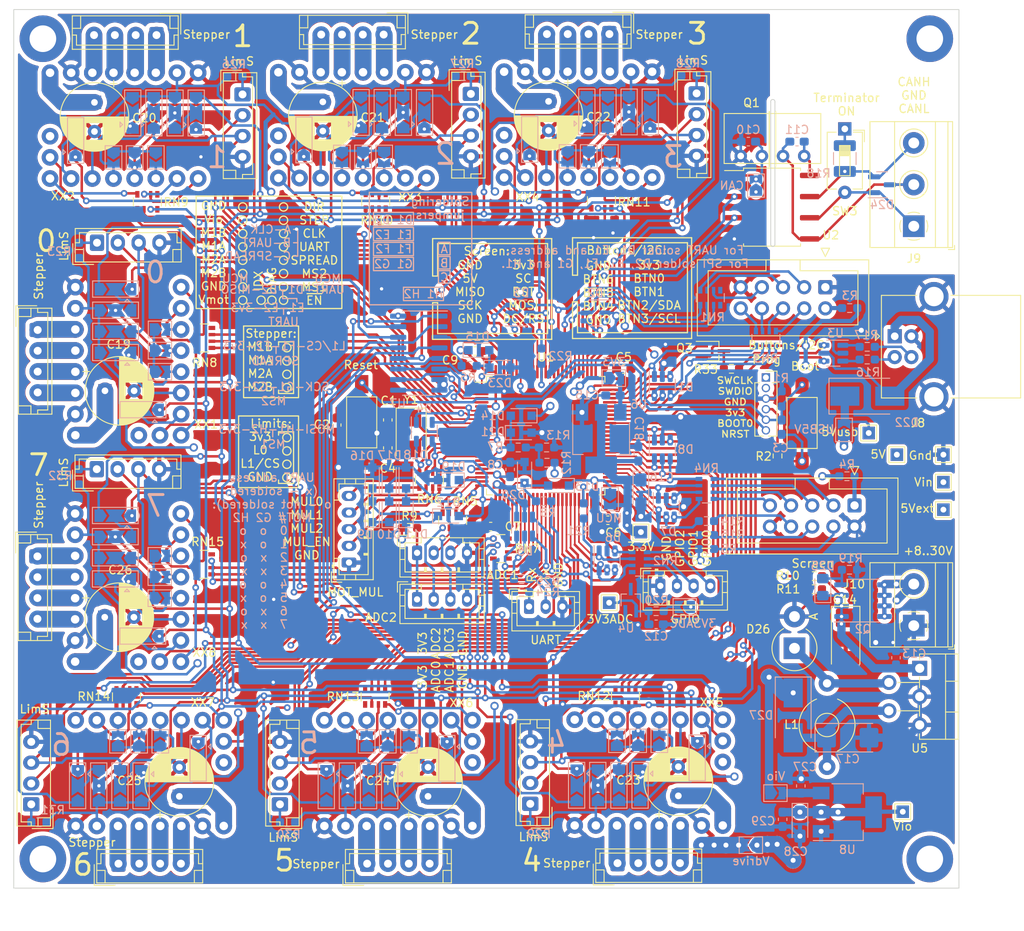
<source format=kicad_pcb>
(kicad_pcb (version 20211014) (generator pcbnew)

  (general
    (thickness 4.69)
  )

  (paper "A4")
  (layers
    (0 "F.Cu" signal)
    (1 "In1.Cu" power "Ground.Cu")
    (2 "In2.Cu" power "Power.Cu")
    (31 "B.Cu" signal)
    (32 "B.Adhes" user "B.Adhesive")
    (33 "F.Adhes" user "F.Adhesive")
    (34 "B.Paste" user)
    (35 "F.Paste" user)
    (36 "B.SilkS" user "B.Silkscreen")
    (37 "F.SilkS" user "F.Silkscreen")
    (38 "B.Mask" user)
    (39 "F.Mask" user)
    (40 "Dwgs.User" user "User.Drawings")
    (41 "Cmts.User" user "User.Comments")
    (42 "Eco1.User" user "User.Eco1")
    (43 "Eco2.User" user "User.Eco2")
    (44 "Edge.Cuts" user)
    (45 "Margin" user)
    (46 "B.CrtYd" user "B.Courtyard")
    (47 "F.CrtYd" user "F.Courtyard")
    (48 "B.Fab" user)
    (49 "F.Fab" user)
    (50 "User.1" user)
    (51 "User.2" user)
    (52 "User.3" user)
    (53 "User.4" user)
    (54 "User.5" user)
    (55 "User.6" user)
    (56 "User.7" user)
    (57 "User.8" user)
    (58 "User.9" user)
  )

  (setup
    (stackup
      (layer "F.SilkS" (type "Top Silk Screen"))
      (layer "F.Paste" (type "Top Solder Paste"))
      (layer "F.Mask" (type "Top Solder Mask") (thickness 0.01))
      (layer "F.Cu" (type "copper") (thickness 0.035))
      (layer "dielectric 1" (type "core") (thickness 1.51) (material "FR4") (epsilon_r 4.5) (loss_tangent 0.02))
      (layer "In1.Cu" (type "copper") (thickness 0.035))
      (layer "dielectric 2" (type "prepreg") (thickness 1.51) (material "FR4") (epsilon_r 4.5) (loss_tangent 0.02))
      (layer "In2.Cu" (type "copper") (thickness 0.035))
      (layer "dielectric 3" (type "core") (thickness 1.51) (material "FR4") (epsilon_r 4.5) (loss_tangent 0.02))
      (layer "B.Cu" (type "copper") (thickness 0.035))
      (layer "B.Mask" (type "Bottom Solder Mask") (thickness 0.01))
      (layer "B.Paste" (type "Bottom Solder Paste"))
      (layer "B.SilkS" (type "Bottom Silk Screen"))
      (copper_finish "None")
      (dielectric_constraints no)
    )
    (pad_to_mask_clearance 0)
    (pcbplotparams
      (layerselection 0x00010fc_ffffffff)
      (disableapertmacros false)
      (usegerberextensions false)
      (usegerberattributes true)
      (usegerberadvancedattributes true)
      (creategerberjobfile true)
      (svguseinch false)
      (svgprecision 6)
      (excludeedgelayer true)
      (plotframeref false)
      (viasonmask false)
      (mode 1)
      (useauxorigin false)
      (hpglpennumber 1)
      (hpglpenspeed 20)
      (hpglpendiameter 15.000000)
      (dxfpolygonmode true)
      (dxfimperialunits true)
      (dxfusepcbnewfont true)
      (psnegative false)
      (psa4output false)
      (plotreference true)
      (plotvalue true)
      (plotinvisibletext false)
      (sketchpadsonfab false)
      (subtractmaskfromsilk false)
      (outputformat 1)
      (mirror false)
      (drillshape 0)
      (scaleselection 1)
      (outputdirectory "gerbers/")
    )
  )

  (net 0 "")
  (net 1 "/MCU base/OSC_IN")
  (net 2 "GND")
  (net 3 "/MCU base/NRST")
  (net 4 "/MCU base/BOOT0")
  (net 5 "+3V3")
  (net 6 "/MCU base/OSC_OUT")
  (net 7 "/MCU base/BTN0")
  (net 8 "/MCU base/BTN1")
  (net 9 "/MCU base/BTN2_SDA")
  (net 10 "/MCU base/SWDIO")
  (net 11 "/MCU base/BTN3_SCL")
  (net 12 "/MCU base/SWCLK")
  (net 13 "M4_L0")
  (net 14 "M4_L1")
  (net 15 "/MCU base/BTN4")
  (net 16 "/MCU base/BTN5")
  (net 17 "/MCU base/BTN6")
  (net 18 "M3_L1")
  (net 19 "M3_L0")
  (net 20 "M2_L1")
  (net 21 "M2_L0")
  (net 22 "M1_L0")
  (net 23 "M1_L1")
  (net 24 "/MCU base/SCRN_DCRS")
  (net 25 "/MCU base/SCRN_SCK")
  (net 26 "/MCU base/SCRN_MISO")
  (net 27 "/MCU base/SCRN_MOSI")
  (net 28 "/MCU base/SCRN_RST")
  (net 29 "/MCU base/SCRN_CS")
  (net 30 "M6_L1")
  (net 31 "M6_L0")
  (net 32 "M5_L1")
  (net 33 "M5_L0")
  (net 34 "/MCU base/A0")
  (net 35 "/MCU base/A1")
  (net 36 "/MCU base/A2")
  (net 37 "/MCU base/A3")
  (net 38 "/MCU base/A4")
  (net 39 "/MCU base/A5")
  (net 40 "Net-(J1-Pad4)")
  (net 41 "Net-(J2-Pad2)")
  (net 42 "Net-(J2-Pad3)")
  (net 43 "Net-(J2-Pad5)")
  (net 44 "Net-(J2-Pad6)")
  (net 45 "Net-(J2-Pad7)")
  (net 46 "Net-(J2-Pad8)")
  (net 47 "ADC2")
  (net 48 "ADC3")
  (net 49 "ADC4")
  (net 50 "ADC5")
  (net 51 "+5V")
  (net 52 "ADC0")
  (net 53 "Vdrive")
  (net 54 "ADC1")
  (net 55 "unconnected-(RN1-Pad4)")
  (net 56 "unconnected-(RN1-Pad5)")
  (net 57 "MUL0")
  (net 58 "MUL1")
  (net 59 "MUL2")
  (net 60 "MUL_EN")
  (net 61 "M1_EN")
  (net 62 "M1_DIR")
  (net 63 "M1_STEP")
  (net 64 "+3.3VADC")
  (net 65 "TMC_SCK")
  (net 66 "TMC_MISO")
  (net 67 "TMC_MOSI")
  (net 68 "USART3_TX")
  (net 69 "M6_STEP")
  (net 70 "M6_DIR")
  (net 71 "M6_EN")
  (net 72 "M5_STEP")
  (net 73 "M5_DIR")
  (net 74 "M5_EN")
  (net 75 "USB_DM")
  (net 76 "USB_DP")
  (net 77 "M4_STEP")
  (net 78 "M4_EN")
  (net 79 "M4_DIR")
  (net 80 "CAN_RX")
  (net 81 "CAN_TX")
  (net 82 "USART2_TX")
  (net 83 "M3_DIR")
  (net 84 "M3_STEP")
  (net 85 "M3_EN")
  (net 86 "M2_STEP")
  (net 87 "M2_DIR")
  (net 88 "M2_EN")
  (net 89 "Net-(J2-Pad10)")
  (net 90 "Net-(C10-Pad1)")
  (net 91 "/MCU base/MOT_MUL0")
  (net 92 "/MCU base/MOT_MUL1")
  (net 93 "/MCU base/MOT_MUL2")
  (net 94 "/MCU base/MOT_MUL_EN")
  (net 95 "Net-(J6-Pad2)")
  (net 96 "Net-(J6-Pad3)")
  (net 97 "Net-(J6-Pad4)")
  (net 98 "Net-(J6-Pad5)")
  (net 99 "Net-(C11-Pad1)")
  (net 100 "Earth")
  (net 101 "Net-(C15-Pad1)")
  (net 102 "Net-(C17-Pad1)")
  (net 103 "Net-(D22-Pad1)")
  (net 104 "/VB")
  (net 105 "Net-(J3-Pad8)")
  (net 106 "/MCU base/OUT1")
  (net 107 "/MCU base/OUT0")
  (net 108 "/MCU base/OUT2")
  (net 109 "Net-(J7-Pad2)")
  (net 110 "Net-(J7-Pad3)")
  (net 111 "unconnected-(RN2-Pad4)")
  (net 112 "unconnected-(RN2-Pad5)")
  (net 113 "Net-(J7-Pad4)")
  (net 114 "/CANL")
  (net 115 "/CANH")
  (net 116 "Net-(D25-Pad2)")
  (net 117 "Net-(D26-Pad1)")
  (net 118 "Net-(J3-Pad1)")
  (net 119 "Net-(J3-Pad3)")
  (net 120 "Net-(J3-Pad4)")
  (net 121 "Net-(J3-Pad5)")
  (net 122 "Net-(J3-Pad6)")
  (net 123 "Net-(J3-Pad7)")
  (net 124 "Net-(J3-Pad9)")
  (net 125 "Net-(J4-Pad1)")
  (net 126 "Net-(J8-Pad2)")
  (net 127 "Net-(J8-Pad3)")
  (net 128 "Net-(J10-Pad2)")
  (net 129 "Net-(JP4-Pad2)")
  (net 130 "/Motors/Vm")
  (net 131 "/Motors/USART0-3")
  (net 132 "/Motors/MOSI")
  (net 133 "Net-(JP8-Pad1)")
  (net 134 "/Motors/SCK")
  (net 135 "Net-(JP13-Pad1)")
  (net 136 "/Motors/MISO")
  (net 137 "unconnected-(RN8-Pad8)")
  (net 138 "unconnected-(RN8-Pad1)")
  (net 139 "Net-(R16-Pad2)")
  (net 140 "Net-(R17-Pad2)")
  (net 141 "Net-(R18-Pad1)")
  (net 142 "/Motors/USART4-7")
  (net 143 "/Motors/DIAG4")
  (net 144 "/Motors/DIAG6")
  (net 145 "/Motors/DIAG7")
  (net 146 "/Motors/DIAG5")
  (net 147 "/Motors/DIAG3")
  (net 148 "/Motors/DIAG0")
  (net 149 "/Motors/DIAG1")
  (net 150 "/Motors/DIAG2")
  (net 151 "unconnected-(XX1-Pad18)")
  (net 152 "/Motors/stepper_M1/U")
  (net 153 "Net-(J11-Pad1)")
  (net 154 "/Motors/stepper_M1/~{ENx}")
  (net 155 "/Motors/stepper_M1/STEPx")
  (net 156 "/Motors/stepper_M1/DIRx")
  (net 157 "/MCU base/USART1_RX")
  (net 158 "/Motors/stepper_M1/MS1")
  (net 159 "/Motors/stepper_M1/MS2")
  (net 160 "/Motors/stepper_M1/SPR")
  (net 161 "/Motors/stepper_M1/CLK")
  (net 162 "/MCU base/USART1_TX")
  (net 163 "Net-(J13-Pad2)")
  (net 164 "Net-(J13-Pad1)")
  (net 165 "M0_L1")
  (net 166 "M0_L0")
  (net 167 "Net-(J12-Pad4)")
  (net 168 "Net-(J12-Pad3)")
  (net 169 "Net-(J12-Pad2)")
  (net 170 "Net-(J12-Pad1)")
  (net 171 "M0_STEP")
  (net 172 "M0_DIR")
  (net 173 "M0_EN")
  (net 174 "M7_L0")
  (net 175 "M7_L1")
  (net 176 "M7_DIR")
  (net 177 "M7_EN")
  (net 178 "M7_STEP")
  (net 179 "MCU3v3")
  (net 180 "unconnected-(RN7-Pad5)")
  (net 181 "unconnected-(RN7-Pad4)")
  (net 182 "Net-(J14-Pad1)")
  (net 183 "Net-(J15-Pad1)")
  (net 184 "Net-(J15-Pad2)")
  (net 185 "Net-(J15-Pad3)")
  (net 186 "Net-(J15-Pad4)")
  (net 187 "Net-(JP16-Pad1)")
  (net 188 "/Motors/stepper_M2/U")
  (net 189 "/Motors/stepper_M2/MS1")
  (net 190 "/Motors/stepper_M2/MS2")
  (net 191 "/Motors/stepper_M2/SPR")
  (net 192 "Net-(JP21-Pad1)")
  (net 193 "/Motors/stepper_M2/CLK")
  (net 194 "/Motors/stepper_M2/DIRx")
  (net 195 "/Motors/stepper_M2/STEPx")
  (net 196 "/Motors/stepper_M2/~{ENx}")
  (net 197 "unconnected-(RN9-Pad1)")
  (net 198 "unconnected-(RN9-Pad8)")
  (net 199 "unconnected-(XX2-Pad18)")
  (net 200 "Net-(J16-Pad1)")
  (net 201 "Net-(J17-Pad1)")
  (net 202 "Net-(J17-Pad2)")
  (net 203 "Net-(J17-Pad3)")
  (net 204 "Net-(J17-Pad4)")
  (net 205 "Net-(JP24-Pad1)")
  (net 206 "/Motors/stepper_M3/U")
  (net 207 "/Motors/stepper_M3/MS1")
  (net 208 "/Motors/stepper_M3/MS2")
  (net 209 "/Motors/stepper_M3/SPR")
  (net 210 "Net-(JP29-Pad1)")
  (net 211 "/Motors/stepper_M3/CLK")
  (net 212 "unconnected-(RN10-Pad1)")
  (net 213 "/Motors/stepper_M3/DIRx")
  (net 214 "/Motors/stepper_M3/STEPx")
  (net 215 "/Motors/stepper_M3/~{ENx}")
  (net 216 "unconnected-(RN10-Pad8)")
  (net 217 "unconnected-(XX3-Pad18)")
  (net 218 "Net-(J18-Pad1)")
  (net 219 "Net-(J19-Pad1)")
  (net 220 "Net-(J19-Pad2)")
  (net 221 "Net-(J19-Pad3)")
  (net 222 "Net-(J19-Pad4)")
  (net 223 "Net-(JP32-Pad1)")
  (net 224 "/Motors/stepper_M4/U")
  (net 225 "/Motors/stepper_M4/MS1")
  (net 226 "/Motors/stepper_M4/MS2")
  (net 227 "/Motors/stepper_M4/SPR")
  (net 228 "Net-(JP37-Pad1)")
  (net 229 "/Motors/stepper_M4/CLK")
  (net 230 "unconnected-(RN11-Pad1)")
  (net 231 "/Motors/stepper_M4/DIRx")
  (net 232 "/Motors/stepper_M4/STEPx")
  (net 233 "/Motors/stepper_M4/~{ENx}")
  (net 234 "unconnected-(RN11-Pad8)")
  (net 235 "unconnected-(XX4-Pad18)")
  (net 236 "Net-(J20-Pad1)")
  (net 237 "Net-(J21-Pad1)")
  (net 238 "Net-(J21-Pad2)")
  (net 239 "Net-(J21-Pad3)")
  (net 240 "Net-(J21-Pad4)")
  (net 241 "Net-(JP40-Pad1)")
  (net 242 "/Motors/stepper_M5/U")
  (net 243 "/Motors/stepper_M5/MS1")
  (net 244 "/Motors/stepper_M5/MS2")
  (net 245 "/Motors/stepper_M5/SPR")
  (net 246 "Net-(JP45-Pad1)")
  (net 247 "/Motors/stepper_M5/CLK")
  (net 248 "unconnected-(RN12-Pad1)")
  (net 249 "/Motors/stepper_M5/DIRx")
  (net 250 "/Motors/stepper_M5/STEPx")
  (net 251 "/Motors/stepper_M5/~{ENx}")
  (net 252 "unconnected-(RN12-Pad8)")
  (net 253 "unconnected-(XX5-Pad18)")
  (net 254 "Net-(J22-Pad1)")
  (net 255 "Net-(J23-Pad1)")
  (net 256 "Net-(J23-Pad2)")
  (net 257 "Net-(J23-Pad3)")
  (net 258 "Net-(J23-Pad4)")
  (net 259 "Net-(JP48-Pad1)")
  (net 260 "/Motors/stepper_M6/U")
  (net 261 "/Motors/stepper_M6/MS1")
  (net 262 "/Motors/stepper_M6/MS2")
  (net 263 "/Motors/stepper_M6/SPR")
  (net 264 "Net-(JP53-Pad1)")
  (net 265 "/Motors/stepper_M6/CLK")
  (net 266 "unconnected-(RN13-Pad1)")
  (net 267 "/Motors/stepper_M6/DIRx")
  (net 268 "/Motors/stepper_M6/STEPx")
  (net 269 "/Motors/stepper_M6/~{ENx}")
  (net 270 "unconnected-(RN13-Pad8)")
  (net 271 "unconnected-(XX6-Pad18)")
  (net 272 "Net-(J24-Pad1)")
  (net 273 "Net-(J25-Pad1)")
  (net 274 "Net-(J25-Pad2)")
  (net 275 "Net-(J25-Pad3)")
  (net 276 "Net-(J25-Pad4)")
  (net 277 "Net-(JP56-Pad1)")
  (net 278 "/Motors/stepper_M7/U")
  (net 279 "/Motors/stepper_M7/MS1")
  (net 280 "/Motors/stepper_M7/MS2")
  (net 281 "/Motors/stepper_M7/SPR")
  (net 282 "Net-(JP61-Pad1)")
  (net 283 "/Motors/stepper_M7/CLK")
  (net 284 "unconnected-(RN14-Pad1)")
  (net 285 "/Motors/stepper_M7/DIRx")
  (net 286 "/Motors/stepper_M7/STEPx")
  (net 287 "/Motors/stepper_M7/~{ENx}")
  (net 288 "unconnected-(RN14-Pad8)")
  (net 289 "unconnected-(XX7-Pad18)")
  (net 290 "Net-(J26-Pad1)")
  (net 291 "Net-(J27-Pad1)")
  (net 292 "Net-(J27-Pad2)")
  (net 293 "Net-(J27-Pad3)")
  (net 294 "Net-(J27-Pad4)")
  (net 295 "Net-(JP64-Pad1)")
  (net 296 "/Motors/stepper_M8/U")
  (net 297 "/Motors/stepper_M8/MS1")
  (net 298 "/Motors/stepper_M8/MS2")
  (net 299 "/Motors/stepper_M8/SPR")
  (net 300 "Net-(JP69-Pad1)")
  (net 301 "/Motors/stepper_M8/CLK")
  (net 302 "unconnected-(RN15-Pad1)")
  (net 303 "/Motors/stepper_M8/DIRx")
  (net 304 "/Motors/stepper_M8/STEPx")
  (net 305 "/Motors/stepper_M8/~{ENx}")
  (net 306 "unconnected-(RN15-Pad8)")
  (net 307 "unconnected-(XX8-Pad18)")
  (net 308 "/MCU base/Diagn")
  (net 309 "DIAGNOST")
  (net 310 "Net-(C27-Pad1)")
  (net 311 "Vio")
  (net 312 "Net-(Q3-Pad3)")
  (net 313 "Net-(J2-Pad4)")

  (footprint "Capacitor_SMD:C_0603_1608Metric_Pad1.08x0.95mm_HandSolder" (layer "F.Cu") (at 110.8975 79.502))

  (footprint "Connector_JST:JST_EH_B4B-EH-A_1x04_P2.50mm_Vertical" (layer "F.Cu") (at 99.921075 41.501827 180))

  (footprint "Connector_JST:JST_EH_B4B-EH-A_1x04_P2.50mm_Vertical" (layer "F.Cu") (at 58.374 76.974 -90))

  (footprint "Connector_JST:JST_PH_B5B-PH-K_1x05_P2.00mm_Vertical" (layer "F.Cu") (at 95.758 104.902 90))

  (footprint "Connector_IDC:IDC-Header_2x05_P2.54mm_Vertical" (layer "F.Cu") (at 152.9588 71.8407 -90))

  (footprint "Button_Switch_SMD:SW_SPST_FSMSM" (layer "F.Cu") (at 150.1648 88.138 -90))

  (footprint "Connector_JST:JST_EH_B4B-EH-A_1x04_P2.50mm_Vertical" (layer "F.Cu") (at 87.466 133.934 90))

  (footprint "TestPoint:TestPoint_THTPad_1.5x1.5mm_Drill0.7mm" (layer "F.Cu") (at 161.544 91.948))

  (footprint "MountingHole:MountingHole_3.2mm_M3_DIN965_Pad" (layer "F.Cu") (at 165.5 140.5))

  (footprint "Button_Switch_THT:SW_DIP_SPSTx01_Slide_6.7x4.1mm_W7.62mm_P2.54mm_LowProfile" (layer "F.Cu") (at 155.2956 52.832 -90))

  (footprint "Capacitor_THT:CP_Radial_D8.0mm_P3.50mm" (layer "F.Cu") (at 105.246 132.978 90))

  (footprint "Connector_JST:JST_PH_B4B-PH-K_1x04_P2.00mm_Vertical" (layer "F.Cu") (at 103.934 103.7336))

  (footprint "Connector_JST:JST_EH_B4B-EH-A_1x04_P2.50mm_Vertical" (layer "F.Cu") (at 65.5 66.5))

  (footprint "stepper:stepper_module" (layer "F.Cu") (at 131.75 130.124 -90))

  (footprint "Resistor_SMD:R_Array_Convex_4x0603" (layer "F.Cu") (at 126.07045 61.46 -90))

  (footprint "Connector_JST:JST_PH_B3B-PH-K_1x03_P2.00mm_Vertical" (layer "F.Cu") (at 117.38 110.194))

  (footprint "stepper:stepper_module" (layer "F.Cu") (at 69.222 107.9116 180))

  (footprint "stepper:stepper_module" (layer "F.Cu") (at 96.171075 52.377827 90))

  (footprint "Resistor_SMD:R_Array_Convex_4x0603" (layer "F.Cu") (at 113.9952 103.2256))

  (footprint "TerminalBlock_Phoenix:TerminalBlock_Phoenix_MKDS-1,5-2_1x02_P5.00mm_Horizontal" (layer "F.Cu") (at 163.576 112.482 90))

  (footprint "Resistor_SMD:R_0603_1608Metric_Pad0.98x0.95mm_HandSolder" (layer "F.Cu") (at 141.6812 81.6356))

  (footprint "Connector_IDC:IDC-Header_2x05_P2.54mm_Vertical" (layer "F.Cu") (at 156.464 98.044 -90))

  (footprint "TestPoint:TestPoint_THTPad_1.5x1.5mm_Drill0.7mm" (layer "F.Cu") (at 167.132 91.948))

  (footprint "Connector_PinSocket_1.27mm:PinSocket_1x06_P1.27mm_Vertical" (layer "F.Cu") (at 145.821 82.677))

  (footprint "Connector_JST:JST_EH_B4B-EH-A_1x04_P2.50mm_Vertical" (layer "F.Cu") (at 57.604925 133.934 90))

  (footprint "Package_QFP:LQFP-100_14x14mm_P0.5mm" (layer "F.Cu") (at 119.38 89.662))

  (footprint "MountingHole:MountingHole_3.2mm_M3_DIN965_Pad" (layer "F.Cu") (at 59 42))

  (footprint "Capacitor_THT:CP_Radial_D8.0mm_P3.50mm" (layer "F.Cu")
    (tedit 5AE50EF0) (tstamp 54feca81-afb3-4fb5-84f6-1707a4e4bb1b)
    (at 135.306 132.918 90)
    (descr "CP, Radial series, Radial, pin pitch=3.50mm, , diameter=8mm, Electrolytic Capacitor")
    (tags "CP Radial series Radial pin pitch 3.50mm  diameter 8mm Electrolytic Capacitor")
    (property "Sheetfile" "stepper_M.kicad_sch")
    (property "Sheetname" "stepper_M5")
    (path "/cf2c4fa9-a57e-4812-ae0c-3db57f6071a5/f8c6e88c-0183-4d2e-a3ca-39251d1701fb/028c2f35-a9b0-4aaf-988c-ea6dbc478016")
    (attr through_hole)
    (fp_text reference "C23" (at 1.8796 -5.9944) (layer "F.SilkS")
      (effects (font (size 1 1) (thickness 0.15)))
      (tstamp 7b4a4239-8607-4022-a212-bb8c6f16fa63)
    )
    (fp_text value "100u 35V" (at 1.75 5.25 90) (layer "F.Fab")
      (effects (font (size 1 1) (thickness 0.15)))
      (tstamp 96bf238f-4f4f-4f68-869e-10ec7b2d590d)
    )
    (fp_text user "${REFERENCE}" (at 1.75 0 90) (layer "F.Fab")
      (effects (font (size 1 1) (thickness 0.15)))
      (tstamp 428b2f70-031d-4d8d-bc9a-f057fe618982)
    )
    (fp_line (start 4.591 -2.945) (end 4.591 2.945) (layer "F.SilkS") (width 0.12) (tstamp 0341b80b-a284-4b79-b869-1fbf37caf697))
    (fp_line (start 2.35 -4.037) (end 2.35 4.037) (layer "F.SilkS") (width 0.12) (tstamp 06b8dc57-b8af-459b-9742-9a75215ed786))
    (fp_line (start 3.311 1.04) (end 3.311 3.774) (layer "F.SilkS") (width 0.12) (tstamp 08853ffb-610d-4058-a7ed-810ede818c32))
    (fp_line (start 3.711 -3.584) (end 3.711 -1.04) (layer "F.SilkS") (width 0.12) (tstamp 0a250321-2a40-4ea7-803e-597c67b3a908))
    (fp_line (start 3.551 -3.666) (end 3.551 -1.04) (layer "F.SilkS") (width 0.12) (tstamp 0ad097ec-cb29-4fde-8e11-c565a582b3c9))
    (fp_line (start 4.031 -3.392) (end 4.031 -1.04) (layer "F.SilkS") (width 0.12) (tstamp 0ad5b517-6afc-415d-b906-428f1cf86026))
    (fp_line (start 4.951 -2.556) (end 4.951 2.556) (layer "F.SilkS") (width 0.12) (tstamp 0ae4c03c-d0d2-4d8f-9744-4df60c31fef5))
    (fp_line (start 4.911 -2.604) (end 4.911 2.604) (layer "F.SilkS") (width 0.12) (tstamp 0b0a1389-e9cc-4e13-858b-51c0e62f42e3))
    (fp_line (start 4.791 -2.741) (end 4.791 2.741) (layer "F.SilkS") (width 0.12) (tstamp 0c57afef-3ce8-418e-aac3-e825b76ffc1e))
    (fp_line (start 1.87 -4.079) (end 1.87 4.079) (layer "F.SilkS") (width 0.12) (tstamp 0cac4be0-30c2-47e4-b192-807c51d1cf49))
    (fp_line (start 2.951 -3.902) (end 2.951 -1.04) (layer "F.SilkS") (width 0.12) (tstamp 0dd74dfa-4fd9-4993-830c-59480cf6a753))
    (fp_line (start 3.911 -3.469) (end 3.911 -1.04) (layer "F.SilkS") (width 0.12) (tstamp 0ef6e8d3-9ed9-4b56-b264-998a28590b6f))
    (fp_line (start 2.631 1.04) (end 2.631 3.985) (layer "F.SilkS") (width 0.12) (tstamp 10999b64-b707-46b7-9b41-763568379b06))
    (fp_line (start 5.591 -1.453) (end 5.591 1.453) (layer "F.SilkS") (width 0.12) (tstamp 10b2a98d-30b4-429d-b80f-2c285c482bdd))
    (fp_line (start 2.671 -3.976) (end 2.671 -1.04) (layer "F.SilkS") (width 0.12) (tstamp 1305c615-7d4c-4f44-a133-84ebc1df12c2))
    (fp_line (start 3.271 1.04) (end 3.271 3.79) (layer "F.SilkS") (width 0.12) (tstamp 1413e654-9277-4964-8e83-d941607f55bf))
    (fp_line (start 5.551 -1.552) (end 5.551 1.552) (layer "F.SilkS") (width 0.12) (tstamp 197ada20-f457-44c8-a3c4-81e3e5875f93))
    (fp_line (start 3.431 -3.722) (end 3.431 -1.04) (layer "F.SilkS") (width 0.12) (tstamp 1df3702f-c8b6-43ba-9681-65236dc4109e))
    (fp_line (start 3.911 1.04) (end 3.911 3.469) (layer "F.SilkS") (width 0.12) (tstamp 1e2916ff-56ed-43e4-9e7e-718f720daa60))
    (fp_line (start 1.95 -4.076) (end 1.95 4.076) (layer "F.SilkS") (width 0.12) (tstamp 1e41e304-f6ba-4945-9082-66ba30de890f))
    (fp_line (start 4.231 -3.25) (end 4.231 -1.04) (layer "F.SilkS") (width 0.12) (tstamp 1f8c071c-97f9-45fe-aedc-df2c79346e19))
    (fp_line (start 1.99 -4.074) (end 1.99 4.074) (layer "F.SilkS") (width 0.12) (tstamp 203e5bfd-c3cd-407c-b2f9-f253788edebf))
    (fp_line (start 5.111 -2.345) (end 5.111 2.345) (layer "F.SilkS") (width 0.12) (tstamp 225c4338-3bdd-4019-8af7-67593b4f3cab))
    (fp_line (start 4.311 1.04) (end 4.311 3.189) (layer "F.SilkS") (width 0.12) (tstamp 241021d2-ff57-4cdc-8e8b-e5be3e9a8d1b))
    (fp_line (start 2.711 1.04) (end 2.711 3.967) (layer "F.SilkS") (width 0.12) (tstamp 264c10a4-a6c0-4174-b449-6ad9b4bd822d))
    (fp_line (start 4.151 1.04) (end 4.151 3.309) (layer "F.SilkS") (width 0.12) (tstamp 266f29d4-ee14-4f6d-b981-a3c14fc8d08d))
    (fp_line (start 2.23 -4.052) (end 2.23 4.052) (layer "F.SilkS") (width 0.12) (tstamp 27465d4f-5b09-4035-b26f-e4760c54c1c3))
    (fp_line (start 3.511 -3.686) (end 3.511 -1.04) (layer "F.SilkS") (width 0.12) (tstamp 2a3d1b52-a8cc-463e-a567-8b3d4a5c05c3))
    (fp_line (start 3.751 -3.562) (end 3.751 -1.04) (layer "F.SilkS") (width 0.12) (tstamp 2b79d754-b878-4233-8e46-eb70a38e5705))
    (fp_line (start 5.271 -2.102) (end 5.271 2.102) (layer "F.SilkS") (width 0.12) (tstamp 2ca92dc9-28e8-45e7-9f29-e9dc8fcc1509))
    (fp_line (start 2.511 1.04) (end 2.511 4.01) (layer "F.SilkS") (width 0.12) (tstamp 2e1b8a49-dc10-4561-8b08-3650368e47fc))
    (fp_line (start 3.951 1.04) (end 3.951 3.444) (layer "F.SilkS") (width 0.12) (tstamp 2e5a6886-aab0-42bd-b2a1-4ed8b064f6f5))
    (fp_line (start 2.751 1.04) (end 2.751 3.957) (layer "F.SilkS") (width 0.12) (tstamp 316e9e0a-bb75-4956-b428-af79c04f0516))
    (fp_line (start 4.111 1.04) (end 4.111 3.338) (layer "F.SilkS") (width 0.12) (tstamp 35a595ef-d1b3-4672-8f62-32da7c420585))
    (fp_line (start 4.871 -2.651) (end 4.871 2.651) (layer "F.SilkS") (width 0.12) (tstamp 399ec781-6aa1-487c-b215-97bc23893585))
    (fp_line (start 3.551 1.04) (end 3.551 3.666) (layer "F.SilkS") (width 0.12) (tstamp 3ab39475-f3a3-4eda-8850-3486bc3b9d2c))
    (fp_line (start 4.271 1.04) (end 4.271 3.22) (layer "F.SilkS") (width 0.12) (tstamp 3eb8aeed-c0b5-41d2-97ff-55b7250e8d23))
    (fp_line (start 4.231 1.04) (end 4.231 3.25) (layer "F.SilkS") (width 0.12) (tstamp 4027b944-0345-43ca-aaac-a9fdce2fc371))
    (fp_line (start 5.071 -2.4) (end 5.071 2.4) (layer "F.SilkS") (width 0.12) (tstamp 409da033-9f9f-472b-a209-43334eac9340))
    (fp_line (start 2.831 -3.936) (end 2.831 -1.04) (layer "F.SilkS") (width 0.12) (tstamp 433d0b95-19e6-4cdc-88b4-6e285766e3a7))
    (fp_line (start 2.871 1.04) (end 2.871 3.925) (layer "F.SilkS") (width 0.12) (tstamp 45ccb5af-97e5-4307-b56e-36f5d00216d3))
    (fp_line (start 3.391 -3.74) (end 3.391 -1.04) (layer "F.SilkS") (width 0.12) (tstamp 45f9c57a-a34a-48ff-8938-e33ba3df4af0))
    (fp_line (start 3.151 -3.835) (end 3.151 -1.04) (layer "F.SilkS") (width 0.12) (tstamp 46fd2fc3-88a1-47cd-a146-83ec2fde3a61))
    (fp_line (start 2.631 -3.985) (end 2.631 -1.04) (layer "F.SilkS") (width 0.12) (tstamp 472c3772-e9fa-48e1-9210-904d4b225f16))
    (fp_line (start 2.19 -4.057) (end 2.19 4.057) (layer "F.SilkS") (width 0.12) (tstamp 4752dbe3-1ffa-4c5a-9127-dc5683868965))
    (fp_line (start 4.471 -3.055) (end 4.471 -1.04) (layer "F.SilkS") (width 0.12) (tstamp 49865241-fbc0-403f-b837-7eff07416725))
    (fp_line (start 4.631 -2.907) (end 4.631 2.907) (layer "F.SilkS") (width 0.12) (tstamp 4a2c9307-bbe7-4224-adab-db6eb6be32fb))
    (fp_line (start 4.991 -2.505) (end 4.991 2.505) (layer "F.SilkS") (width 0.12) (tstamp 4a5f91fb-bf48-4494-ac7c-8a5ab6020a5a))
    (fp_line (start 4.271 -3.22) (end 4.271 -1.04) (layer "F.SilkS") (width 0.12) (tstamp 4ac261e1-b330-4409-b0d2-190aca8fd7a1))
    (fp_line (start 4.711 -2.826) (end 4.711 2.826) (layer "F.SilkS") (width 0.12) (tstamp 4b69bc64-dea5-47c7-9316-561689bee104))
    (fp_line (start 4.351 -3.156) (end 4.351 -1.04) (layer "F.SilkS") (width 0.12) (tstamp 4d37fe39-c913-45ac-b12f-c66948615f92))
    (fp_line (start 5.231 -2.166) (end 5.231 2.166) (layer "F.SilkS") (width 0.12) (tstamp 4ee85bf4-b8b2-4849-8d7d-d64f3470a3e2))
    (fp_line (start 3.031 1.04) (end 3.031 3.877) (layer "F.SilkS") (width 0.12) (tstamp 52062ff7-b4c3-4205-8989-879aaaa6141b))
    (fp_line (start 5.751 -0.948) (end 5.751 0.948) (layer "F.SilkS") (width 0.12) (tstamp 53a26c32-5b4d-44eb-bf7e-8158861dadd0))
    (fp_line (start 4.551 -2.983) (end 4.551 2.983) (layer "F.SilkS") (width 0.12) (tstamp 548acc5a-42fb-4465-89e4-ce8a24163211))
    (fp_line (start 3.471 1.04) (end 3.471 3.704) (layer "F.SilkS") (width 0.12) (tstamp 578331c5-06a5-4a4f-a834-5747fccdbb77))
    (fp_line (start 3.831 1.04) (end 3.831 3.517) (layer "F.SilkS") (width 0.12) (tstamp 582cac7f-c1ef-4196-bb7c-6bc5c2a0944b))
    (fp_line (start 5.191 -2.228) (end 5.191 2.228) (layer "F.SilkS") (width 0.12) (tstamp 5966f391-cbac-4620-b844-1e77d6d72069))
    (fp_line (start 3.831 -3.517) (end 3.831 -1.04) (layer "F.SilkS") (width 0.12) (tstamp 5bb7403a-9785-483c-af6b-b7efb4f327ca))
    (fp_line (start 3.071 -3.863) (end 3.071 -1.04) (layer "F.SilkS") (width 0.12) (tstamp 5f04c60f-9ff9-4623-8a21-cb65fd756236))
    (fp_line (start 3.631 1.04) (end 3.631 3.627) (layer "F.SilkS") (width 0.12) (tstamp 5f2dbf3d-0bf9-405f-9b04-d1ee0442926b))
    (fp_line (start 4.471 1.04) (end 4.471 3.055) (layer "F.SilkS") (width 0.12) (tstamp 601a2268-efe4-4913-ad9a-a0820bbed24a))
    (fp_line (start 3.111 -3.85) (end 3.111 -1.04) (layer "F.SilkS") (width 0.12) (tstamp 63bf72c0-127a-4adb-96ce-4f367955cca3))
    (fp_line (start 3.631 -3.627) (end 3.631 -1.04) (layer "F.SilkS") (width 0.12) (tstamp 6564a4db-1bd7-45fe-b1ef-62375dc55eed))
    (fp_line (start 2.11 -4.065) (end 2.11 4.065) (layer "F.SilkS") (width 0.12) (tstamp 66c151b9-8ba2-40f2-99d8-07cb914cbaad))
    (fp_line (start 3.991 1.04) (end 3.991 3.418) (layer "F.SilkS") (width 0.12) (tstamp 66d70877-edfa-40d5-aa53-f96b49620c9e))
    (fp_line (start 2.751 -3.957) (end 2.751 -1.04) (layer "F.SilkS") (width 0.12) (tstamp 67f1c5ee-da72-45db-a0f4-edaf966f130b))
    (fp_line (start 2.671 1.04) (end 2.671 3.976) (layer "F.SilkS") (width 0.12) (tstamp 693df919-21b9-4cde-817e-5b7c0570c336))
    (fp_line (start 3.231 -3.805) (end 3.231 -1.04) (layer "F.SilkS") (width 0.12) (tstamp 702d3d5f-581d-47c8-b396-355a4abdc013))
    (fp_line (start 5.391 -1.89) (end 5.391 1.89) (layer "F.SilkS") (width 0.12) (tstamp 703deedd-038f-4f68-9f17-1def15dbb952))
    (fp_line (start 2.551 1.04) (end 2.551 4.002) (layer "F.SilkS") (width 0.12) (tstamp 74791ec2-be3d-48ef-8000-a6d7642dc12a))
    (fp_line (start 5.631 -1.346) (end 5.631 1.346) (layer "F.SilkS") (width 0.12) (tstamp 7578422c-ceb4-40ef-b0ed-ae9706eac3df))
    (fp_line (start 5.791 -0.768) (end 5.791 0.768) (layer "F.SilkS") (width 0.12) (tstamp 76468d35-1d85-4a26-b524-81d29dc06b24))
    (fp_line (start 4.431 1.04) (end 4.431 3.09) (layer "F.SilkS") (width 0.12) (tstamp 766017d8-6f23-4be2-92ab-4730e0ad3f23))
    (fp_line (start 4.111 -3.338) (end 4.111 -1.04) (layer "F.SilkS") (width 0.12) (tstamp 796a3e86-0e60-4339-ac63-a4ff9035db77))
    (fp_line (start 2.991 1.04) (end 2.991 3.889) (layer "F.SilkS") (width 0.12) (tstamp 800c5714-fe15-4a0a-968d-e3fc9639336f))
    (fp_line (start 4.391 1.04) (end 4.391 3.124) (layer "F.SilkS") (width 0.12) (tstamp 80f70f18-4a1d-4241-a4ba-16111305ea21))
    (fp_line (start 2.39 -4.03) (end 2.39 4.03) (layer "F.SilkS") (width 0.12) (tstamp 82647ff3-2936-478c-86f9-5b137bd6d1f3))
    (fp_line (start 3.791 1.04) (end 3.791 3.54) (layer "F.SilkS") (width 0.12) (tstamp 83ed1520-5ab9-486e-9f9c-3d18344cd044))
    (fp_line (start 3.951 -3.444) (end 3.951 -1.04) (layer "F.SilkS") (width 0.12) (tstamp 861a69fa-c254-4549-a81b-389317604cf2))
    (fp_line (start 5.031 -2.454) (end 5.031 2.454) (layer "F.SilkS") (width 0.12) (tstamp 8783115d-a0b4-439d-b9a4-d006e07a1761))
    (fp_line (start 2.791 -3.947) (end 2.791 -1.04) (layer "F.SilkS") (width 0.12) (tstamp 95ed907d-756d-4367-a4e7-fa6adfdd47d2))
    (fp_line (start 5.831 -0.533) (end 5.831 0.533) (layer "F.SilkS") (width 0.12) (tstamp 998d9600-594c-471f-b742-2f51ff87a3a1))
    (fp_line (start 2.911 1.04) (end 2.911 3.914) (layer "F.SilkS") (width 0.12) (tstamp 9a6e9712-95d1-4f31-aca6-7521cb72dc05))
    (fp_line (start 5.431 -1.813) (end 5.431 1.813) (layer "F.SilkS") (width 0.12) (tstamp 9a965e51-5620-47a7-b93c-ccea05a036ba))
    (fp_line (start 2.27 -4.048) (end 2.27 4.048) (layer "F.SilkS") (width 0.12) (tstamp 9c49135f-0727-4cd4-a256-c27e92f565d4))
    (fp_line (start 3.191 1.04) (end 3.191 3.821) (layer "F.SilkS") (width 0.12) (tstamp 9e90eb8d-65a2-4b49-98c4-f41c6144360c))
    (fp_line (start 4.391 -3.124) (end 4.391 -1.04) (layer "F.SilkS") (width 0.12) (tstamp 9f3b23da-2682-4e69-b119-1e9056cd16c3))
    (fp_line (start 4.151 -3.309) (end 4.151 -1.04) (layer "F.SilkS") (width 0.12) (tstamp a1941f2f-0135-4105-81ea-0dd0567d086c))
    (fp_line (start 3.351 -3.757) (end 3.351 -1.04) (layer "F.SilkS") (width 0.12) (tstamp a477856a-a310-4453-930d-a59e6bd64bc0))
    (fp_line (start 4.831 -2.697) (end 4.831 2.697) (layer "F.SilkS") (width 0.12) (tstamp a56eb918-c276-4671-bf2c-ee0bc5aed81d))
    (fp_line (start 1.83 -4.08) (end 1.83 4.08) (layer "F.SilkS") (width 0.12) (tstamp a5ed7838-049f-4716-a356-e
... [8735897 chars truncated]
</source>
